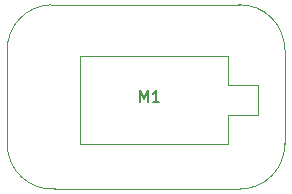
<source format=gbr>
%TF.GenerationSoftware,KiCad,Pcbnew,4.0.5-e0-6337~49~ubuntu16.04.1*%
%TF.CreationDate,2017-01-18T23:33:55-08:00*%
%TF.ProjectId,2x3-Vibe-Motor-TH,3278332D566962652D4D6F746F722D54,1.0*%
%TF.FileFunction,Other,Fab,Top*%
%FSLAX46Y46*%
G04 Gerber Fmt 4.6, Leading zero omitted, Abs format (unit mm)*
G04 Created by KiCad (PCBNEW 4.0.5-e0-6337~49~ubuntu16.04.1) date Wed Jan 18 23:33:55 2017*
%MOMM*%
%LPD*%
G01*
G04 APERTURE LIST*
%ADD10C,0.350000*%
%ADD11C,0.100000*%
%ADD12C,0.040640*%
%ADD13C,0.150000*%
G04 APERTURE END LIST*
D10*
D11*
X143160240Y-92972880D02*
X143160240Y-90472880D01*
X145660240Y-92972880D02*
X143160240Y-92972880D01*
X145660240Y-95472880D02*
X145660240Y-92972880D01*
X143160240Y-95472880D02*
X145660240Y-95472880D01*
X143160240Y-97972880D02*
X143160240Y-95472880D01*
X130660240Y-97972880D02*
X143160240Y-97972880D01*
X130660240Y-90472880D02*
X130660240Y-97972880D01*
X143160240Y-90472880D02*
X130660240Y-90472880D01*
D12*
X128160240Y-86172880D02*
G75*
G03X124466872Y-90072700I106632J-3799820D01*
G01*
X124460240Y-97972880D02*
G75*
G03X128572064Y-101772880I3811824J0D01*
G01*
X144160240Y-101774196D02*
G75*
G03X147960240Y-97872880I0J3801316D01*
G01*
X147961556Y-89972880D02*
G75*
G03X144060240Y-86172880I-3801316J0D01*
G01*
X147960240Y-89972880D02*
X147960240Y-97972880D01*
X144160240Y-86172880D02*
X128160240Y-86172880D01*
X144160240Y-101772880D02*
X128460240Y-101772880D01*
X124460240Y-89972880D02*
X124460240Y-97972880D01*
D13*
X135681916Y-94425261D02*
X135681916Y-93425261D01*
X136015250Y-94139547D01*
X136348583Y-93425261D01*
X136348583Y-94425261D01*
X137348583Y-94425261D02*
X136777154Y-94425261D01*
X137062868Y-94425261D02*
X137062868Y-93425261D01*
X136967630Y-93568118D01*
X136872392Y-93663356D01*
X136777154Y-93710975D01*
M02*

</source>
